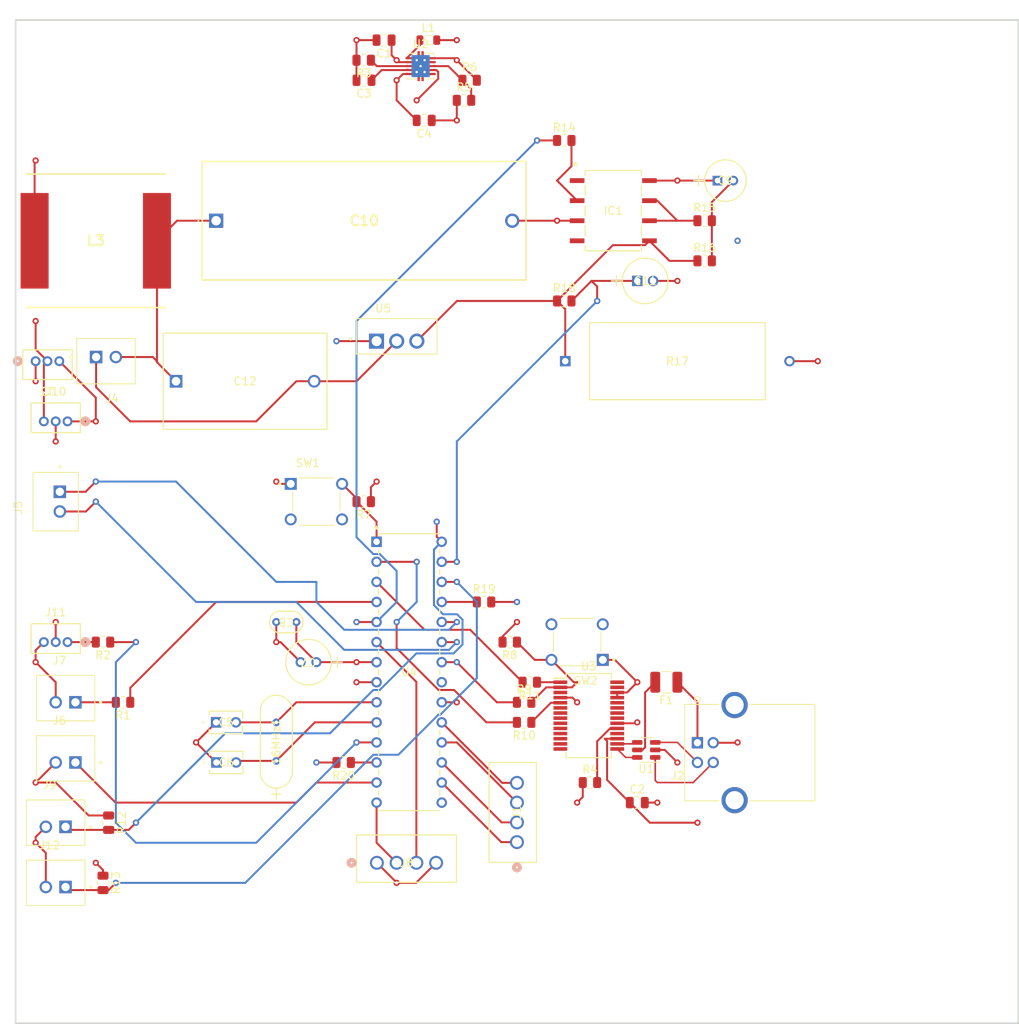
<source format=kicad_pcb>
(kicad_pcb (version 20221018) (generator pcbnew)
  (layers (0 "F.Cu" signal) (1 "In1.Cu" power) (2 "In2.Cu" power) (31 "B.Cu" signal) (34 "B.Paste" user) (35 "F.Paste" user) (36 "B.SilkS" user "B.Silkscreen") (37 "F.SilkS" user "F.Silkscreen") (38 "B.Mask" user) (39 "F.Mask" user) (44 "Edge.Cuts" user))
  (net 0 "")
  (net 1 "+3V3")
  (net 2 "Net-(J2-VBUS)")
  (net 3 "VBUS")
  (net 4 "USB_CON_D-")
  (net 5 "USB_CON_D+")
  (net 6 "+5V")
  (net 7 "Net-(U3-~{RESET})")
  (net 8 "DTR")
  (net 9 "VCC")
  (net 10 "Net-(U3-RXD)")
  (net 11 "RX")
  (net 12 "Net-(U3-TXD)")
  (net 13 "TX")
  (net 14 "USB_D-")
  (net 15 "USB_D+")
  (net 16 "Net-(U2-SW)")
  (net 17 "Net-(U2-ILIM)")
  (net 18 "Net-(U2-SS)")
  (net 20 "Net-(U2-FB)")
  (net 34 "+48V")
  (net 35 "GND")
  (net 36 "+16V")
  (net 40 "+15V")
  (net 41 "Net-(IC1-VSS)")
  (net 42 "Net-(J4-Pin_2)")
  (net 43 "Net-(J4-Pin_1)")
  (net 44 "A1")
  (net 46 "Net-(IC1-ANODE)")
  (net 48 "Net-(IC1-VO1)")
  (net 49 "D9")
  (net 50 "D_LED")
  (net 51 "Net-(J7-Pin_1)")
  (net 52 "D_LEDStrip")
  (net 53 "Net-(J11-Pin_1)")
  (net 54 "Net-(U4-PC2)")
  (net 55 "Net-(U4-PD6)")
  (net 56 "A4")
  (net 57 "A5")
  (net 58 "D_Buzz")
  (net 59 "A2")
  (net 60 "A3")
  (net 61 "RESET")
  (net 62 "SS")
  (net 63 "MOSI")
  (net 64 "MISO")
  (net 65 "SCK")
  (net 66 "D_Switch")
  (net 67 "D_Red")
  (net 68 "Net-(U4-PB7)")
  (net 69 "Net-(U4-PB6)")
  (net 70 "PWM Speed Control")
  (footprint "Resistor_SMD:R_0805_2012Metric" (layer "F.Cu") (at 132.9925 63.5)
    (fp_text reference "R15")
    (fp_text value "16")
  )
  (footprint "Resistor_SMD:R_0805_2012Metric" (layer "F.Cu") (at 132.9925 68.58)
    (fp_text reference "R16")
    (fp_text value "10k")
  )
  (footprint "Capacitor_SMD:C_0805_2012Metric" (layer "F.Cu") (at 92.39 40.64 180)
    (fp_text reference "C1")
    (fp_text value "1uF")
  )
  (footprint "Inductor_SMD:L_0805_2012Metric" (layer "F.Cu") (at 97.9975 40.64)
    (fp_text reference "L1")
    (fp_text value "47uH")
  )
  (footprint "TO225P1040X460X1968-3(1):TO225P1040X460X1968-3" (layer "F.Cu") (at 93.99 78.135)
    (fp_text reference "U5")
    (fp_text value "STGP8NC60KD")
  )
  (footprint "Resistor_SMD:R_0805_2012Metric" (layer "F.Cu") (at 110.8475 121.92 180)
    (fp_text reference "R11")
    (fp_text value "1k")
  )
  (footprint "B2B-XH-A_LF__SN_:JST_B2B-XH-A_LF__SN_" (layer "F.Cu") (at 52.05 123.935)
    (fp_text reference "J7")
    (fp_text value "Conn_01x02")
  )
  (footprint "3PINfootprints:CONN_B3B-ZR_JST" (layer "F.Cu") (at 52.3 116.84)
    (fp_text reference "J11")
    (fp_text value "Conn_01x03")
  )
  (footprint "B2B-XH-A_LF__SN_:JST_B2B-XH-A_LF__SN_" (layer "F.Cu") (at 52.05 131.555)
    (fp_text reference "J6")
    (fp_text value "Conn_01x02")
  )
  (footprint "Resistor_SMD:R_0805_2012Metric" (layer "F.Cu") (at 57.5075 139.7 -90)
    (fp_text reference "R12")
    (fp_text value "10k")
  )
  (footprint "22pFfootprints:CAP_K-SERIES_15-L2_VIS" (layer "F.Cu") (at 71.16 132.08)
    (fp_text reference "C6")
    (fp_text value "22pF")
  )
  (footprint "Fuse:Fuse_1210_3225Metric" (layer "F.Cu") (at 128.14 121.92 180)
    (fp_text reference "F1")
    (fp_text value "500mA")
  )
  (footprint "FODfootprints:SMD8_9P91X6P86_ONS" (layer "F.Cu") (at 121.4185 62.23)
    (fp_text reference "IC1")
    (fp_text value "FOD3150")
  )
  (footprint "Resistor_SMD:R_0805_2012Metric" (layer "F.Cu") (at 108.3075 116.84 180)
    (fp_text reference "R8")
    (fp_text value "1k")
  )
  (footprint "3PINfootprints:CONN_B3B-ZR_JST" (layer "F.Cu") (at 48.26 81.28 180)
    (fp_text reference "J3")
    (fp_text value "Conn_01x03")
  )
  (footprint "22pFfootprints:CAP_K-SERIES_15-L2_VIS" (layer "F.Cu") (at 71.12 127)
    (fp_text reference "C5")
    (fp_text value "22pF")
  )
  (footprint "B2B-XH-A_LF__SN_:JST_B2B-XH-A_LF__SN_" (layer "F.Cu") (at 57.17 81.28 180)
    (fp_text reference "J4")
    (fp_text value "Conn_01x02")
  )
  (footprint "Resistor_SMD:R_0805_2012Metric" (layer "F.Cu") (at 110.1325 124.46)
    (fp_text reference "R9")
    (fp_text value "1k")
  )
  (footprint "Resistor_SMD:R_0805_2012Metric" (layer "F.Cu") (at 115.2125 53.34)
    (fp_text reference "R14")
    (fp_text value "330")
  )
  (footprint "B2B-XH-A_LF__SN_:JST_B2B-XH-A_LF__SN_" (layer "F.Cu") (at 50.8 147.32)
    (fp_text reference "J12")
    (fp_text value "Conn_01x02")
  )
  (footprint "4PINfootprints:CONN_B4B-XH-A_JST" (layer "F.Cu") (at 91.48 144.78)
    (fp_text reference "J8")
    (fp_text value "Conn_01x04")
  )
  (footprint "Package_TO_SOT_SMD:SOT-23-6" (layer "F.Cu") (at 125.5975 130.49 180)
    (fp_text reference "U1")
    (fp_text value "USBLC6-2SC6")
  )
  (footprint "ECWfootprints:CAP_ECWFL_STRAIGHT_20.5LX11.9TX18.5H_PAN" (layer "F.Cu") (at 66.04 83.82)
    (fp_text reference "C12")
    (fp_text value "0.37uF 1200V")
  )
  (footprint "Resistor_SMD:R_0805_2012Metric" (layer "F.Cu") (at 87.2725 132.08 180)
    (fp_text reference "R20")
    (fp_text value "0")
  )
  (footprint "SQPfootprints:RES_SQP500_22X9P5_YAG" (layer "F.Cu") (at 115.340003 81.28)
    (fp_text reference "R17")
    (fp_text value "0.1 5W")
  )
  (footprint "INDPM:INDPM176169X700N" (layer "F.Cu") (at 55.88 66.04)
    (fp_text reference "L3")
    (fp_text value "10uH" hide)
  )
  (footprint "TS02-66-50-BK-100-SCR-D:SW_TS02-66-50-BK-100-SCR-D" (layer "F.Cu") (at 116.84 116.84 180)
    (fp_text reference "SW2")
    (fp_text value "SW_Push")
  )
  (footprint "Resistor_SMD:R_0805_2012Metric" (layer "F.Cu") (at 110.1325 127 180)
    (fp_text reference "R10")
    (fp_text value "1k")
  )
  (footprint "Resistor_SMD:R_0805_2012Metric" (layer "F.Cu") (at 56.7925 116.84 180)
    (fp_text reference "R2")
    (fp_text value "330")
  )
  (footprint "Capacitor_SMD:C_0805_2012Metric" (layer "F.Cu") (at 124.46 137.16)
    (fp_text reference "C2")
    (fp_text value "100n")
  )
  (footprint "KiCad:ECQUAAF335LD" (layer "F.Cu") (at 71.12 63.5)
    (fp_text reference "C10")
    (fp_text value "3.3 uF 275V" hide)
  )
  (footprint "3PINfootprints:CONN_B3B-ZR_JST" (layer "F.Cu") (at 52.3 88.9)
    (fp_text reference "J10")
    (fp_text value "Conn_01x03")
  )
  (footprint "Resistor_SMD:R_0805_2012Metric" (layer "F.Cu") (at 56.7925 147.32 -90)
    (fp_text reference "R13")
    (fp_text value "10k")
  )
  (footprint "Resistor_SMD:R_0805_2012Metric" (layer "F.Cu") (at 89.8125 99.06 180)
    (fp_text reference "R7")
    (fp_text value "1k")
  )
  (footprint "Capacitor_SMD:C_0805_2012Metric" (layer "F.Cu") (at 97.47 50.8 180)
    (fp_text reference "C4")
    (fp_text value "10uF")
  )
  (footprint "TS02-66-50-BK-100-SCR-D:SW_TS02-66-50-BK-100-SCR-D" (layer "F.Cu") (at 83.82 99.06)
    (fp_text reference "SW1")
    (fp_text value "SW_Push")
  )
  (footprint "Capacitor_SMD:C_0805_2012Metric" (layer "F.Cu") (at 89.85 45.72 180)
    (fp_text reference "C3")
    (fp_text value "33nF")
  )
  (footprint "Resistor_SMD:R_0805_2012Metric" (layer "F.Cu") (at 102.5125 48.26)
    (fp_text reference "R5")
    (fp_text value "820kOhm")
  )
  (footprint "8600footprint:CAP_WCAP-ATG5_05.0X11.0_WRE" (layer "F.Cu") (at 124.46 71.12)
    (fp_text reference "C11")
    (fp_text value "0.1uF 63V")
  )
  (footprint "footprints:U1-E_NCH" (layer "F.Cu") (at 134.62 58.42)
    (fp_text reference "C9")
    (fp_text value "10uF 25V")
  )
  (footprint "B2B-XH-A_LF__SN_:JST_B2B-XH-A_LF__SN_" (layer "F.Cu") (at 50.8 99.06 90)
    (fp_text reference "J5")
    (fp_text value "Conn_01x02")
  )
  (footprint "Package_SON:Texas_S-PVSON-N10_ThermalVias" (layer "F.Cu") (at 97.02 43.93)
    (fp_text reference "U2")
    (fp_text value "LM5165DRC")
  )
  (footprint "Resistor_SMD:R_0805_2012Metric" (layer "F.Cu") (at 59.3325 124.46 180)
    (fp_text reference "R1")
    (fp_text value "200")
  )
  (footprint "10uFfootprints:CAP_YX_5X11_RUB" (layer "F.Cu") (at 83.82 119.38 180)
    (fp_text reference "C7")
    (fp_text value "10uF")
  )
  (footprint "Resistor_SMD:R_0805_2012Metric" (layer "F.Cu") (at 118.4675 134.62)
    (fp_text reference "R4")
    (fp_text value "10k")
  )
  (footprint "Package_SO:SSOP-28_5.3x10.2mm_P0.65mm" (layer "F.Cu") (at 118.32 126.145)
    (fp_text reference "U3")
    (fp_text value "FT232RL")
  )
  (footprint "B2B-XH-A_LF__SN_:JST_B2B-XH-A_LF__SN_" (layer "F.Cu") (at 50.8 139.7)
    (fp_text reference "J9")
    (fp_text value "Conn_01x02")
  )
  (footprint "crystalfootprints:XTAL_ABL-16_ABR" (layer "F.Cu") (at 78.74 131.880001 90)
    (fp_text reference "16MHz1")
    (fp_text value "Crystal")
  )
  (footprint "Resistor_SMD:R_0805_2012Metric" (layer "F.Cu") (at 115.2125 73.66)
    (fp_text reference "R18")
    (fp_text value "3.3k")
  )
  (footprint "0.1uFfootprints:CAP_Y5VE5TL2_VIS" (layer "F.Cu") (at 80.01 114.3 180)
    (fp_text reference "C8")
    (fp_text value "0.1 uF")
  )
  (footprint "Resistor_SMD:R_0805_2012Metric" (layer "F.Cu") (at 103.2275 45.72)
    (fp_text reference "R6")
    (fp_text value "68kOhm")
  )
  (footprint "ATmegafootprints:28P3_ATM" (layer "F.Cu") (at 91.44 104.14)
    (fp_text reference "U4")
    (fp_text value "ATMEGA328P-PN")
  )
  (footprint "Resistor_SMD:R_0805_2012Metric" (layer "F.Cu") (at 105.0525 111.76)
    (fp_text reference "R19")
    (fp_text value "0")
  )
  (footprint "4PINfootprints:CONN_B4B-XH-A_JST" (layer "F.Cu") (at 109.22 142.16 90)
    (fp_text reference "J1")
    (fp_text value "Conn_01x04")
  )
  (footprint "UJ2-BH-W1-TH:CUI_UJ2-BH-W1-TH" (layer "F.Cu") (at 132.08 129.58 90)
    (fp_text reference "J2")
    (fp_text value "USB_B")
  )
  (footprint "Resistor_SMD:R_0805_2012Metric" (layer "F.Cu") (at 89.8125 43.18 180)
    (fp_text reference "R3")
    (fp_text value "100kOhm")
  )
  (gr_rect (start 45.72 38.1) (end 172.72 165.1) (stroke (width 0.2)) (fill none) (layer "Edge.Cuts"))
  (segment (start 120.346776 129.07) (end 120.637156 129.36038) (width 0.25) (layer "F.Cu") (net 1))
  (segment (start 120.637156 129.36038) (end 120.637156 134.287156) (width 0.25) (layer "F.Cu") (net 1))
  (segment (start 121.92 129.07) (end 120.346776 129.07) (width 0.25) (layer "F.Cu") (net 1))
  (segment (start 126.05 139.7) (end 123.51 137.16) (width 0.25) (layer "F.Cu") (net 1))
  (segment (start 132.08 139.7) (end 126.05 139.7) (width 0.25) (layer "F.Cu") (net 1))
  (segment (start 120.637156 134.287156) (end 123.51 137.16) (width 0.25) (layer "F.Cu") (net 1))
  (via micro (at 132.08 139.7) (size 0.8) (drill 0.4) (layers "F.Cu" "In2.Cu") (net 1))
  (segment (start 132.08 129.58) (end 132.08 124.46) (width 0.25) (layer "F.Cu") (net 2))
  (segment (start 132.08 124.46) (end 129.54 121.92) (width 0.25) (layer "F.Cu") (net 2))
  (segment (start 125.4475 130.165) (end 125.1225 130.49) (width 0.25) (layer "F.Cu") (net 3))
  (segment (start 125.4475 123.2125) (end 125.4475 130.165) (width 0.25) (layer "F.Cu") (net 3))
  (segment (start 126.74 121.92) (end 125.4475 123.2125) (width 0.25) (layer "F.Cu") (net 3))
  (segment (start 125.1225 130.49) (end 124.46 130.49) (width 0.25) (layer "F.Cu") (net 3))
  (segment (start 132.08 132.08) (end 129.54 129.54) (width 0.2) (layer "F.Cu") (net 4))
  (segment (start 129.54 129.54) (end 126.735 129.54) (width 0.2) (layer "F.Cu") (net 4))
  (segment (start 127 134.62) (end 126.735 134.355) (width 0.2) (layer "F.Cu") (net 5))
  (segment (start 134.08 132.08) (end 131.54 134.62) (width 0.2) (layer "F.Cu") (net 5))
  (segment (start 126.735 134.355) (end 126.735 131.44) (width 0.2) (layer "F.Cu") (net 5))
  (segment (start 131.54 134.62) (end 127 134.62) (width 0.2) (layer "F.Cu") (net 5))
  (segment (start 49.55 143.53) (end 48.26 142.24) (width 0.25) (layer "F.Cu") (net 6))
  (segment (start 101.6 124.46) (end 99.695 124.46) (width 0.25) (layer "F.Cu") (net 6))
  (segment (start 124.46 127) (end 124.34 127.12) (width 0.25) (layer "F.Cu") (net 6))
  (segment (start 124.34 127.12) (end 121.92 127.12) (width 0.25) (layer "F.Cu") (net 6))
  (segment (start 83.82 119.38) (end 81.28 116.84) (width 0.25) (layer "F.Cu") (net 6))
  (segment (start 48.26 81.28) (end 48.26 83.82) (width 0.25) (layer "F.Cu") (net 6))
  (segment (start 48.26 141.515) (end 48.26 142.24) (width 0.25) (layer "F.Cu") (net 6))
  (segment (start 91.44 119.38) (end 88.9 119.38) (width 0.25) (layer "F.Cu") (net 6))
  (segment (start 81.28 116.84) (end 81.28 114.3) (width 0.25) (layer "F.Cu") (net 6))
  (segment (start 50.8 116.84) (end 50.8 114.3) (width 0.25) (layer "F.Cu") (net 6))
  (segment (start 116.25 123.87) (end 114.72 123.87) (width 0.25) (layer "F.Cu") (net 6))
  (segment (start 116.84 124.46) (end 116.25 123.87) (width 0.25) (layer "F.Cu") (net 6))
  (segment (start 117.555 136.445) (end 116.84 137.16) (width 0.25) (layer "F.Cu") (net 6))
  (segment (start 88.9 119.38) (end 83.82 119.38) (width 0.25) (layer "F.Cu") (net 6))
  (segment (start 49.55 147.845) (end 49.55 143.53) (width 0.25) (layer "F.Cu") (net 6))
  (segment (start 117.555 134.62) (end 117.555 136.445) (width 0.25) (layer "F.Cu") (net 6))
  (segment (start 49.55 140.225) (end 48.26 141.515) (width 0.25) (layer "F.Cu") (net 6))
  (segment (start 50.8 88.9) (end 50.8 91.44) (width 0.25) (layer "F.Cu") (net 6))
  (via micro (at 116.84 124.46) (size 0.8) (drill 0.4) (layers "F.Cu" "In2.Cu") (net 6))
  (via micro (at 50.8 91.44) (size 0.8) (drill 0.4) (layers "F.Cu" "In2.Cu") (net 6))
  (via micro (at 124.46 127) (size 0.8) (drill 0.4) (layers "F.Cu" "In2.Cu") (net 6))
  (via micro (at 88.9 119.38) (size 0.8) (drill 0.4) (layers "F.Cu" "In2.Cu") (net 6))
  (via micro (at 48.26 83.82) (size 0.8) (drill 0.4) (layers "F.Cu" "In2.Cu") (net 6))
  (via micro (at 116.84 137.16) (size 0.8) (drill 0.4) (layers "F.Cu" "In2.Cu") (net 6))
  (via micro (at 101.6 124.46) (size 0.8) (drill 0.4) (layers "F.Cu" "In2.Cu") (net 6))
  (via micro (at 48.26 142.24) (size 0.8) (drill 0.4) (layers "F.Cu" "In2.Cu") (net 6))
  (via micro (at 50.8 114.3) (size 0.8) (drill 0.4) (layers "F.Cu" "In2.Cu") (net 6))
  (segment (start 119.38 134.62) (end 119.38 129.40038) (width 0.25) (layer "F.Cu") (net 7))
  (segment (start 121.01038 127.77) (end 121.92 127.77) (width 0.25) (layer "F.Cu") (net 7))
  (segment (start 119.38 129.40038) (end 121.01038 127.77) (width 0.25) (layer "F.Cu") (net 7))
  (segment (start 111.47 119.09) (end 109.22 116.84) (width 0.25) (layer "F.Cu") (net 8))
  (segment (start 113.59 119.09) (end 111.47 119.09) (width 0.25) (layer "F.Cu") (net 8))
  (segment (start 116.84 121.92) (end 116.42 121.92) (width 0.25) (layer "F.Cu") (net 8))
  (segment (start 112.935 122.57) (end 114.72 122.57) (width 0.25) (layer "F.Cu") (net 8))
  (segment (start 116.19 122.57) (end 116.84 121.92) (width 0.25) (layer "F.Cu") (net 8))
  (segment (start 111.045 124.46) (end 112.935 122.57) (width 0.25) (layer "F.Cu") (net 8))
  (segment (start 114.72 122.57) (end 116.19 122.57) (width 0.25) (layer "F.Cu") (net 8))
  (segment (start 116.42 121.92) (end 113.59 119.09) (width 0.25) (layer "F.Cu") (net 8))
  (segment (start 107.395 116.125) (end 109.22 114.3) (width 0.25) (layer "F.Cu") (net 9))
  (segment (start 90.725 97.235) (end 91.44 96.52) (width 0.25) (layer "F.Cu") (net 9))
  (segment (start 90.725 99.06) (end 90.725 97.235) (width 0.25) (layer "F.Cu") (net 9))
  (segment (start 107.395 116.84) (end 107.395 116.125) (width 0.25) (layer "F.Cu") (net 9))
  (via micro (at 109.22 114.3) (size 0.8) (drill 0.4) (layers "F.Cu" "In2.Cu") (net 9))
  (via micro (at 91.44 96.52) (size 0.8) (drill 0.4) (layers "F.Cu" "In2.Cu") (net 9))
  (segment (start 113.525 124.52) (end 111.045 127) (width 0.25) (layer "F.Cu") (net 10))
  (segment (start 114.72 124.52) (end 113.525 124.52) (width 0.25) (layer "F.Cu") (net 10))
  (segment (start 105.353937 127) (end 101.254522 122.900585) (width 0.25) (layer "F.Cu") (net 11))
  (segment (start 96.52 106.68) (end 91.44 106.68) (width 0.25) (layer "F.Cu") (net 11))
  (segment (start 99.283722 122.900585) (end 93.98 117.596863) (width 0.25) (layer "F.Cu") (net 11))
  (segment (start 93.98 117.596863) (end 93.98 114.3) (width 0.25) (layer "F.Cu") (net 11))
  (segment (start 101.254522 122.900585) (end 99.283722 122.900585) (width 0.25) (layer "F.Cu") (net 11))
  (segment (start 109.22 127) (end 105.353937 127) (width 0.25) (layer "F.Cu") (net 11))
  (via micro (at 93.98 114.3) (size 0.8) (drill 0.4) (layers "F.Cu" "B.Cu") (net 11))
  (via micro (at 96.52 106.68) (size 0.8) (drill 0.4) (layers "F.Cu" "B.Cu") (net 11))
  (segment (start 93.98 114.3) (end 96.52 111.76) (width 0.25) (layer "B.Cu") (net 11))
  (segment (start 96.52 111.76) (end 96.52 106.68) (width 0.25) (layer "B.Cu") (net 11))
  (segment (start 114.72 121.92) (end 111.76 121.92) (width 0.25) (layer "F.Cu") (net 12))
  (segment (start 97.500585 115.280585) (end 91.44 109.22) (width 0.25) (layer "F.Cu") (net 13))
  (segment (start 103.295585 115.280585) (end 97.500585 115.280585) (width 0.25) (layer "F.Cu") (net 13))
  (segment (start 109.935 121.92) (end 103.295585 115.280585) (width 0.25) (layer "F.Cu") (net 13))
  (segment (start 124.46 129.54) (end 124.28 129.72) (width 0.2) (layer "F.Cu") (net 14))
  (segment (start 124.28 129.72) (end 121.92 129.72) (width 0.2) (layer "F.Cu") (net 14))
  (segment (start 124.46 131.44) (end 122.99 131.44) (width 0.2) (layer "F.Cu") (net 15))
  (segment (start 122.99 131.44) (end 121.92 130.37) (width 0.2) (layer "F.Cu") (net 15))
  (segment (start 96.935 40.64) (end 96.935 41.255) (width 0.25) (layer "F.Cu") (net 16))
  (segment (start 96.935 41.255) (end 95.26 42.93) (width 0.25) (layer "F.Cu") (net 16))
  (segment (start 95.26 43.93) (end 91.475 43.93) (width 0.25) (layer "F.Cu") (net 17))
  (segment (start 91.475 43.93) (end 90.725 43.18) (width 0.25) (layer "F.Cu") (net 17))
  (segment (start 95.545 44.43) (end 92.09 44.43) (width 0.25) (layer "F.Cu") (net 18))
  (segment (start 92.09 44.43) (end 90.8 45.72) (width 0.25) (layer "F.Cu") (net 18))
  (segment (start 103.425 46.83) (end 102.315 45.72) (width 0.25) (layer "F.Cu") (net 20))
  (segment (start 100.525 43.93) (end 98.78 43.93) (width 0.25) (layer "F.Cu") (net 20))
  (segment (start 103.425 48.26) (end 103.425 46.83) (width 0.25) (layer "F.Cu") (net 20))
  (segment (start 102.315 45.72) (end 100.525 43.93) (width 0.25) (layer "F.Cu") (net 20))
  (segment (start 94.23 43.43) (end 93.98 43.18) (width 0.25) (layer "F.Cu") (net 34))
  (segment (start 49.3 81.74) (end 49.3 88.9) (width 0.25) (layer "F.Cu") (net 34))
  (segment (start 48.13 66.04) (end 48.13 56.01) (width 0.25) (layer "F.Cu") (net 34))
  (segment (start 48.26 79.78) (end 48.26 76.2) (width 0.25) (layer "F.Cu") (net 34))
  (segment (start 48.13 56.01) (end 48.26 55.88) (width 0.25) (layer "F.Cu") (net 34))
  (segment (start 49.76 81.28) (end 49.3 81.74) (width 0.25) (layer "F.Cu") (net 34))
  (segment (start 99.245 44.65538) (end 99.245 45.535) (width 0.25) (layer "F.Cu") (net 34))
  (segment (start 99.01962 44.43) (end 99.245 44.65538) (width 0.25) (layer "F.Cu") (net 34))
  (segment (start 93.34 40.64) (end 93.34 42.54) (width 0.25) (layer "F.Cu") (net 34))
  (segment (start 99.245 45.535) (end 96.52 48.26) (width 0.25) (layer "F.Cu") (net 34))
  (segment (start 95.545 43.43) (end 94.23 43.43) (width 0.25) (layer "F.Cu") (net 34))
  (segment (start 49.76 81.28) (end 48.26 79.78) (width 0.25) (layer "F.Cu") (net 34))
  (segment (start 93.34 42.54) (end 93.98 43.18) (width 0.25) (layer "F.Cu") (net 34))
  (segment (start 98.78 44.43) (end 99.01962 44.43) (width 0.25) (layer "F.Cu") (net 34))
  (via micro (at 96.52 48.26) (size 0.8) (drill 0.4) (layers "F.Cu" "In2.Cu") (net 34))
  (via micro (at 48.26 76.2) (size 0.8) (drill 0.4) (layers "F.Cu" "In2.Cu") (net 34))
  (via micro (at 48.26 55.88) (size 0.8) (drill 0.4) (layers "F.Cu" "In2.Cu") (net 34))
  (via micro (at 93.98 43.18) (size 0.8) (drill 0.4) (layers "F.Cu" "In2.Cu") (net 34))
  (segment (start 49.3 116.84) (end 48.26 117.88) (width 0.25) (layer "F.Cu") (net 35))
  (segment (start 86.36 132.08) (end 83.82 132.08) (width 0.25) (layer "F.Cu") (net 35))
  (segment (start 121.63 119.09) (end 120.09 119.09) (width 0.25) (layer "F.Cu") (net 35))
  (segment (start 48.26 117.88) (end 48.26 119.38) (width 0.25) (layer "F.Cu") (net 35))
  (segment (start 124.46 121.92) (end 121.63 119.09) (width 0.25) (layer "F.Cu") (net 35))
  (segment (start 101.6 43.18) (end 101.35 42.93) (width 0.25) (layer "F.Cu") (net 35))
  (segment (start 50.8 134.62) (end 48.26 134.62) (width 0.25) (layer "F.Cu") (net 35))
  (segment (start 78.74 114.3) (end 78.74 116.84) (width 0.25) (layer "F.Cu") (net 35))
  (segment (start 93.98 147.28) (end 93.98 147.32) (width 0.25) (layer "F.Cu") (net 35))
  (segment (start 108.62 63.5) (end 114.3 63.5) (width 0.25) (layer "F.Cu") (net 35))
  (segment (start 129.54 71.12) (end 126.46 71.12) (width 0.25) (layer "F.Cu") (net 35))
  (segment (start 96.44 147.32) (end 93.98 147.32) (width 0.25) (layer "F.Cu") (net 35))
  (segment (start 121.92 123.87) (end 121.92 123.22) (width 0.25) (layer "F.Cu") (net 35))
  (segment (start 121.92 123.22) (end 123.16 123.22) (width 0.25) (layer "F.Cu") (net 35))
  (segment (start 71.12 132.08) (end 68.58 129.54) (width 0.25) (layer "F.Cu") (net 35))
  (segment (start 116.84 63.5) (end 114.3 63.5) (width 0.25) (layer "F.Cu") (net 35))
  (segment (start 101.35 42.93) (end 98.78 42.93) (width 0.25) (layer "F.Cu") (net 35))
  (segment (start 54.9675 138.7875) (end 50.8 134.62) (width 0.25) (layer "F.Cu") (net 35))
  (segment (start 50.8 124.46) (end 50.8 121.92) (width 0.25) (layer "F.Cu") (net 35))
  (segment (start 123.16 123.22) (end 124.46 121.92) (width 0.25) (layer "F.Cu") (net 35))
  (segment (start 93.98 48.26) (end 93.98 45.72) (width 0.25) (layer "F.Cu") (net 35))
  (segment (start 95.545 44.93) (end 94.77 44.93) (width 0.25) (layer "F.Cu") (net 35))
  (segment (start 56.7925 145.6925) (end 55.88 144.78) (width 0.25) (layer "F.Cu") (net 35))
  (segment (start 81.82 119.38) (end 79.28 116.84) (width 0.25) (layer "F.Cu") (net 35))
  (segment (start 88.9 43.18) (end 88.9 40.64) (width 0.25) (layer "F.Cu") (net 35))
  (segment (start 127.95 130.49) (end 126.735 130.49) (width 0.25) (layer "F.Cu") (net 35))
  (segment (start 56.7925 146.4075) (end 56.7925 145.6925) (width 0.25) (layer "F.Cu") (net 35))
  (segment (start 137.12 129.58) (end 134.08 129.58) (width 0.25) (layer "F.Cu") (net 35))
  (segment (start 79.03 96.81) (end 78.74 96.52) (width 0.25) (layer "F.Cu") (net 35))
  (segment (start 94.77 44.93) (end 93.98 45.72) (width 0.25) (layer "F.Cu") (net 35))
  (segment (start 98.98 144.78) (end 96.44 147.32) (width 0.25) (layer "F.Cu") (net 35))
  (segment (start 101.6 119.38) (end 99.695 119.38) (width 0.25) (layer "F.Cu") (net 35))
  (segment (start 91.44 40.64) (end 88.9 40.64) (width 0.25) (layer "F.Cu") (net 35))
  (segment (start 55.88 85.9) (end 55.88 88.9) (width 0.25) (layer "F.Cu") (net 35))
  (segment (start 51.26 81.28) (end 55.88 85.9) (width 0.25) (layer "F.Cu") (net 35))
  (segment (start 106.68 124.46) (end 101.6 119.38) (width 0.25) (layer "F.Cu") (net 35))
  (segment (start 50.8 121.92) (end 48.26 119.38) (width 0.25) (layer "F.Cu") (net 35))
  (segment (start 57.5075 138.7875) (end 54.9675 138.7875) (width 0.25) (layer "F.Cu") (net 35))
  (segment (start 104.14 45.72) (end 101.6 43.18) (width 0.25) (layer "F.Cu") (net 35))
  (segment (start 127 137.16) (end 125.41 137.16) (width 0.25) (layer "F.Cu") (net 35))
  (segment (start 55.88 88.9) (end 52.3 88.9) (width 0.25) (layer "F.Cu") (net 35))
  (segment (start 109.22 124.46) (end 106.68 124.46) (width 0.25) (layer "F.Cu") (net 35))
  (segment (start 80.57 96.81) (end 79.03 96.81) (width 0.25) (layer "F.Cu") (net 35))
  (segment (start 96.52 50.8) (end 93.98 48.26) (width 0.25) (layer "F.Cu") (net 35))
  (segment (start 88.9 45.72) (end 88.9 43.18) (width 0.25) (layer "F.Cu") (net 35))
  (segment (start 91.44 121.92) (end 88.9 121.92) (width 0.25) (layer "F.Cu") (net 35))
  (segment (start 71.12 127) (end 68.58 129.54) (width 0.25) (layer "F.Cu") (net 35))
  (segment (start 71.16 132.08) (end 71.12 132.08) (width 0.25) (layer "F.Cu") (net 35))
  (segment (start 50.8 132.08) (end 48.26 134.62) (width 0.25) (layer "F.Cu") (net 35))
  (segment (start 129.54 132.08) (end 127.95 130.49) (width 0.25) (layer "F.Cu") (net 35))
  (segment (start 137.16 129.54) (end 137.12 129.58) (width 0.25) (layer "F.Cu") (net 35))
  (segment (start 91.48 144.78) (end 93.98 147.28) (width 0.25) (layer "F.Cu") (net 35))
  (segment (start 147.32 81.28) (end 143.739997 81.28) (width 0.25) (layer "F.Cu") (net 35))
  (segment (start 109.22 111.76) (end 105.965 111.76) (width 0.25) (layer "F.Cu") (net 35))
  (segment (start 79.28 116.84) (end 78.74 116.84) (width 0.25) (layer "F.Cu") (net 35))
  (via micro (at 78.74 116.84) (size 0.8) (drill 0.4) (layers "F.Cu" "In1.Cu") (net 35))
  (via micro (at 68.58 129.54) (size 0.8) (drill 0.4) (layers "F.Cu" "In1.Cu") (net 35))
  (via (at 109.22 111.76) (size 0.8) (drill 0.4) (layers "F.Cu" "B.Cu") (net 35))
  (via micro (at 124.46 121.92) (size 0.8) (drill 0.4) (layers "F.Cu" "In1.Cu") (net 35))
  (via micro (at 78.74 96.52) (size 0.8) (drill 0.4) (layers "F.Cu" "In1.Cu") (net 35))
  (via micro (at 55.88 144.78) (size 0.8) (drill 0.4) (layers "F.Cu" "In1.Cu") (net 35))
  (via micro (at 93.98 45.72) (size 0.8) (drill 0.4) (layers "F.Cu" "In1.Cu") (net 35))
  (via micro (at 129.54 132.08) (size 0.8) (drill 0.4) (layers "F.Cu" "In1.Cu") (net 35))
  (via micro (at 55.88 88.9) (size 0.8) (drill 0.4) (layers "F.Cu" "In1.Cu") (net 35))
  (via (at 101.6 119.38) (size 0.8) (drill 0.4) (layers "F.Cu" "B.Cu") (net 35))
  (via micro (at 127 137.16) (size 0.8) (drill 0.4) (layers "F.Cu" "In1.Cu") (net 35))
  (via micro (at 147.32 81.28) (size 0.8) (drill 0.4) (layers "F.Cu" "In1.Cu") (net 35))
  (via micro (at 88.9 121.92) (size 0.8) (drill 0.4) (layers "F.Cu" "In1.Cu") (net 35))
  (via micro (at 48.26 119.38) (size 0.8) (drill 0.4) (layers "F.Cu" "In1.Cu") (net 35))
  (via micro (at 137.16 129.54) (size 0.8) (drill 0.4) (layers "F.Cu" "In1.Cu") (net 35))
  (via micro (at 88.9 40.64) (size 0.8) (drill 0.4) (layers "F.Cu" "In1.Cu") (net 35))
  (via micro (at 129.54 71.12) (size 0.8) (drill 0.4) (layers "F.Cu" "In1.Cu") (net 35))
  (via micro (at 101.6 43.18) (size 0.8) (drill 0.4) (layers "F.Cu" "In1.Cu") (net 35))
  (via micro (at 48.26 134.62) (size 0.8) (drill 0.4) (layers "F.Cu" "In1.Cu") (net 35))
  (via (at 83.82 132.08) (size 0.8) (drill 0.4) (layers "F.Cu" "B.Cu") (net 35))
  (via micro (at 93.98 147.32) (size 0.8) (drill 0.4) (layers "F.Cu" "In1.Cu") (net 35))
  (via micro (at 114.3 63.5) (size 0.8) (drill 0.4) (layers "F.Cu" "In1.Cu") (net 35))
  (segment (start 101.6 48.26) (end 101.6 50.8) (width 0.25) (layer "F.Cu") (net 36))
  (segment (start 99.06 40.64) (end 101.6 40.64) (width 0.25) (layer "F.Cu") (net 36))
  (segment (start 98.42 50.8) (end 101.6 50.8) (width 0.25) (layer "F.Cu") (net 36))
  (via micro (at 101.6 40.64) (size 0.8) (drill 0.4) (layers "F.Cu" "In2.Cu") (net 36))
  (via micro (at 101.6 50.8) (size 0.8) (drill 0.4) (layers "F.Cu" "In2.Cu") (net 36))
  (segment (start 134.62 58.42) (end 129.54 58.42) (width 0.25) (layer "F.Cu") (net 40))
  (segment (start 129.54 58.42) (end 125.997 58.42) (width 0.25) (layer "F.Cu") (net 40))
  (via micro (at 129.54 58.42) (size 0.8) (drill 0.4) (layers "F.Cu" "In2.Cu") (net 40))
  (segment (start 125.997 66.04) (end 125.4454 66.5916) (width 0.25) (layer "F.Cu") (net 41))
  (segment (start 128.537 68.58) (end 125.997 66.04) (width 0.25) (layer "F.Cu") (net 41))
  (segment (start 125.4454 66.5916) (end 121.3684 66.5916) (width 0.25) (layer "F.Cu") (net 41))
  (segment (start 133.905 63.5) (end 133.905 68.58) (width 0.25) (layer "F.Cu") (net 41))
  (segment (start 114.3 73.66) (end 101.62 73.66) (width 0.25) (layer "F.Cu") (net 41))
  (segment (start 91.44 78.74) (end 86.36 78.74) (width 0.25) (layer "F.Cu") (net 41))
  (segment (start 101.62 73.66) (end 96.54 78.74) (width 0.25) (layer "F.Cu") (net 41))
  (segment (start 121.3684 66.5916) (end 114.3 73.66) (width 0.25) (layer "F.Cu") (net 41))
  (segment (start 115.340003 74.700003) (end 115.340003 81.28) (width 0.25) (layer "F.Cu") (net 41))
  (segment (start 132.08 68.58) (end 128.537 68.58) (width 0.25) (layer "F.Cu") (net 41))
  (segment (start 114.3 73.66) (end 115.340003 74.700003) (width 0.25) (layer "F.Cu") (net 41))
  (segment (start 133.905 61.1416) (end 136.6266 58.42) (width 0.25) (layer "F.Cu") (net 41))
  (segment (start 133.905 63.5) (end 133.905 61.1416) (width 0.25) (layer "F.Cu") (net 41))
  (via micro (at 137.16 66.04) (size 0.8) (drill 0.4) (layers "F.Cu" "B.Cu") (net 41))
  (via micro (at 86.36 78.74) (size 0.8) (drill 0.4) (layers "F.Cu" "B.Cu") (net 41))
  (segment (start 63.63 81.28) (end 63.105 80.755) (width 0.25) (layer "F.Cu") (net 42))
  (segment (start 63.63 81.41) (end 66.04 83.82) (width 0.25) (layer "F.Cu") (net 42))
  (segment (start 63.63 66.04) (end 63.63 81.28) (width 0.25) (layer "F.Cu") (net 42))
  (segment (start 63.105 80.755) (end 58.42 80.755) (width 0.25) (layer "F.Cu") (net 42))
  (segment (start 63.63 66.04) (end 66.17 63.5) (width 0.25) (layer "F.Cu") (net 42))
  (segment (start 63.63 81.28) (end 63.63 81.41) (width 0.25) (layer "F.Cu") (net 42))
  (segment (start 66.17 63.5) (end 71.12 63.5) (width 0.25) (layer "F.Cu") (net 42))
  (segment (start 81.28 83.82) (end 76.2 88.9) (width 0.25) (layer "F.Cu") (net 43))
  (segment (start 55.92 84.585) (end 55.92 80.755) (width 0.25) (layer "F.Cu") (net 43))
  (segment (start 76.2 88.9) (end 60.235 88.9) (width 0.25) (layer "F.Cu") (net 43))
  (segment (start 83.54 83.82) (end 81.28 83.82) (width 0.25) (layer "F.Cu") (net 43))
  (segment (start 88.91 83.82) (end 83.54 83.82) (width 0.25) (layer "F.Cu") (net 43))
  (segment (start 93.99 78.74) (end 88.91 83.82) (width 0.25) (layer "F.Cu") (net 43))
  (segment (start 60.235 88.9) (end 55.92 84.585) (width 0.25) (layer "F.Cu") (net 43))
  (segment (start 118.665 71.12) (end 116.125 73.66) (width 0.25) (layer "F.Cu") (net 44))
  (segment (start 119.38 71.835) (end 118.665 71.12) (width 0.25) (layer "F.Cu") (net 44))
  (segment (start 124.46 71.12) (end 118.665 71.12) (width 0.25) (layer "F.Cu") (net 44))
  (segment (start 119.38 73.66) (end 119.38 71.835) (width 0.25) (layer "F.Cu") (net 44))
  (segment (start 101.6 106.68) (end 99.695 106.68) (width 0.25) (layer "F.Cu") (net 44))
  (via micro (at 119.38 73.66) (size 0.8) (drill 0.4) (layers "F.Cu" "B.Cu") (net 44))
  (via micro (at 101.6 106.68) (size 0.8) (drill 0.4) (layers "F.Cu" "B.Cu") (net 44))
  (segment (start 119.38 73.66) (end 101.6 91.44) (width 0.25) (layer "B.Cu") (net 44))
  (segment (start 101.6 91.44) (end 101.6 106.68) (width 0.25) (layer "B.Cu") (net 44))
  (segment (start 116.125 56.595) (end 116.125 53.34) (width 0.25) (layer "F.Cu") (net 46))
  (segment (start 114.3 58.42) (end 116.125 56.595) (width 0.25) (layer "F.Cu") (net 46))
  (segment (start 116.84 60.96) (end 114.3 58.42) (width 0.25) (layer "F.Cu") (net 46))
  (segment (start 127 60.96) (end 129.54 63.5) (width 0.25) (layer "F.Cu") (net 48))
  (segment (start 132.08 63.5) (end 129.54 63.5) (width 0.25) (layer "F.Cu") (net 48))
  (segment (start 125.997 60.96) (end 127 60.96) (width 0.25) (layer "F.Cu") (net 48))
  (segment (start 129.54 63.5) (end 125.997 63.5) (width 0.25) (layer "F.Cu") (net 48))
  (segment (start 114.3 53.34) (end 111.76 53.34) (width 0.25) (layer "F.Cu") (net 49))
  (segment (start 91.44 114.3) (end 88.9 114.3) (width 0.25) (layer "F.Cu") (net 49))
  (via micro (at 111.76 53.34) (size 0.8) (drill 0.4) (layers "F.Cu" "B.Cu") (net 49))
  (via micro (at 88.9 114.3) (size 0.8) (drill 0.4) (layers "F.Cu" "B.Cu") (net 49))
  (segment (start 91.028722 105.699415) (end 91.851278 105.699415) (width 0.25) (layer "B.Cu") (net 49))
  (segment (start 91.851278 105.699415) (end 93.98 107.828137) (width 0.25) (layer "B.Cu") (net 49))
  (segment (start 93.98 111.76) (end 91.44 114.3) (width 0.25) (layer "B.Cu") (net 49))
  (segment (start 88.9 103.570693) (end 91.028722 105.699415) (width 0.25) (layer "B.Cu") (net 49))
  (segment (start 111.76 53.34) (end 88.9 76.2) (width 0.25) (layer "B.Cu") (net 49))
  (segment (start 88.9 76.2) (end 88.9 103.570693) (width 0.25) (layer "B.Cu") (net 49))
  (segment (start 93.98 107.828137) (end 93.98 111.76) (width 0.25) (layer "B.Cu") (net 49))
  (segment (start 60.245 122.635) (end 60.245 124.46) (width 0.25) (layer "F.Cu") (net 50))
  (segment (start 91.44 111.76) (end 71.12 111.76) (width 0.25) (layer "F.Cu") (net 50))
  (segment (start 71.12 111.76) (end 60.245 122.635) (width 0.25) (layer "F.Cu") (net 50))
  (segment (start 58.42 124.46) (end 53.3 124.46) (width 0.25) (layer "F.Cu") (net 51))
  (segment (start 60.96 116.84) (end 57.705 116.84) (width 0.25) (layer "F.Cu") (net 52))
  (segment (start 91.44 129.54) (end 88.9 129.54) (width 0.25) (layer "F.Cu") (net 52))
  (via micro (at 60.96 116.84) (size 0.8) (drill 0.4) (layers "F.Cu" "B.Cu") (net 52))
  (via micro (at 88.9 129.54) (size 0.8) (drill 0.4) (layers "F.Cu" "B.Cu") (net 52))
  (segment (start 60.96 116.84) (end 58.42 119.38) (width 0.25) (layer "B.Cu") (net 52))
  (segment (start 76.2 142.24) (end 88.9 129.54) (width 0.25) (layer "B.Cu") (net 52))
  (segment (start 60.96 142.24) (end 76.2 142.24) (width 0.25) (layer "B.Cu") (net 52))
  (segment (start 58.42 119.38) (end 58.42 139.7) (width 0.25) (layer "B.Cu") (net 52))
  (segment (start 58.42 139.7) (end 60.96 142.24) (width 0.25) (layer "B.Cu") (net 52))
  (segment (start 55.88 116.84) (end 52.3 116.84) (width 0.25) (layer "F.Cu") (net 53))
  (segment (start 104.14 111.76) (end 99.695 111.76) (width 0.25) (layer "F.Cu") (net 54))
  (segment (start 91.44 132.08) (end 88.185 132.08) (width 0.25) (layer "F.Cu") (net 55))
  (segment (start 55.88 99.06) (end 54.63 100.31) (width 0.25) (layer "F.Cu") (net 56))
  (segment (start 54.63 100.31) (end 51.325 100.31) (width 0.25) (layer "F.Cu") (net 56))
  (segment (start 101.6 116.84) (end 99.695 116.84) (width 0.25) (layer "F.Cu") (net 56))
  (via micro (at 55.88 99.06) (size 0.8) (drill 0.4) (layers "F.Cu" "B.Cu") (net 56))
  (via micro (at 101.6 116.84) (size 0.8) (drill 0.4) (layers "F.Cu" "B.Cu") (net 56))
  (segment (start 81.28 111.76) (end 68.58 111.76) (width 0.25) (layer "B.Cu") (net 56))
  (segment (start 101.6 116.84) (end 100.619415 117.820585) (width 0.25) (layer "B.Cu") (net 56))
  (segment (start 87.340585 117.820585) (end 81.28 111.76) (width 0.25) (layer "B.Cu") (net 56))
  (segment (start 100.619415 117.820585) (end 87.340585 117.820585) (width 0.25) (layer "B.Cu") (net 56))
  (segment (start 68.58 111.76) (end 55.88 99.06) (width 0.25) (layer "B.Cu") (net 56))
  (segment (start 55.88 96.52) (end 54.59 97.81) (width 0.25) (layer "F.Cu") (net 57))
  (segment (start 101.6 114.3) (end 99.695 114.3) (width 0.25) (layer "F.Cu") (net 57))
  (segment (start 54.59 97.81) (end 51.325 97.81) (width 0.25) (layer "F.Cu") (net 57))
  (via micro (at 55.88 96.52) (size 0.8) (drill 0.4) (layers "F.Cu" "B.Cu") (net 57))
  (via micro (at 101.6 114.3) (size 0.8) (drill 0.4) (layers "F.Cu" "B.Cu") (net 57))
  (segment (start 66.04 96.52) (end 55.88 96.52) (width 0.25) (layer "B.Cu") (net 57))
  (segment (start 87.340585 115.280585) (end 83.82 111.76) (width 0.25) (layer "B.Cu") (net 57))
  (segment (start 83.82 109.22) (end 78.74 109.22) (width 0.25) (layer "B.Cu") (net 57))
  (segment (start 78.74 109.22) (end 66.04 96.52) (width 0.25) (layer "B.Cu") (net 57))
  (segment (start 101.6 114.3) (end 100.619415 115.280585) (width 0.25) (layer "B.Cu") (net 57))
  (segment (start 100.619415 115.280585) (end 87.340585 115.280585) (width 0.25) (layer "B.Cu") (net 57))
  (segment (start 83.82 111.76) (end 83.82 109.22) (width 0.25) (layer "B.Cu") (net 57))
  (segment (start 83.82 134.62) (end 81.28 137.16) (width 0.25) (layer "F.Cu") (net 58))
  (segment (start 58.38 137.16) (end 53.3 132.08) (width 0.25) (layer "F.Cu") (net 58))
  (segment (start 91.44 134.62) (end 83.82 134.62) (width 0.25) (layer "F.Cu") (net 58))
  (segment (start 81.28 137.16) (end 58.38 137.16) (width 0.25) (layer "F.Cu") (net 58))
  (segment (start 99.695 104.14) (end 99.06 103.505) (width 0.25) (layer "F.Cu") (net 59))
  (segment (start 99.06 103.505) (end 99.06 101.6) (width 0.25) (layer "F.Cu") (net 59))
  (segment (start 60.96 139.7) (end 60.0475 140.6125) (width 0.25) (layer "F.Cu") (net 59))
  (segment (start 57.5075 140.6125) (end 52.4375 140.6125) (width 0.25) (layer "F.Cu") (net 59))
  (segment (start 60.0475 140.6125) (end 57.5075 140.6125) (width 0.25) (layer "F.Cu") (net 59))
  (segment (start 52.4375 140.6125) (end 52.05 140.225) (width 0.25) (layer "F.Cu") (net 59))
  (via micro (at 99.06 101.6) (size 0.8) (drill 0.4) (layers "F.Cu" "B.Cu") (net 59))
  (via micro (at 60.96 139.7) (size 0.8) (drill 0.4) (layers "F.Cu" "B.Cu") (net 59))
  (segment (start 91.028722 122.900585) (end 91.851278 122.900585) (width 0.25) (layer "B.Cu") (net 59))
  (segment (start 102.325 117.140305) (end 102.325 113.999695) (width 0.25) (layer "B.Cu") (net 59))
  (segment (start 60.96 139.7) (end 72.268137 128.391863) (width 0.25) (layer "B.Cu") (net 59))
  (segment (start 99.862552 113.319415) (end 98.7096 112.166463) (width 0.25) (layer "B.Cu") (net 59))
  (segment (start 91.851278 122.900585) (end 96.481278 118.270585) (width 0.25) (layer "B.Cu") (net 59))
  (segment (start 101.64472 113.319415) (end 99.862552 113.319415) (width 0.25) (layer "B.Cu") (net 59))
  (segment (start 96.481278 118.270585) (end 101.19472 118.270585) (width 0.25) (layer "B.Cu") (net 59))
  (segment (start 72.268137 128.391863) (end 85.537444 128.391863) (width 0.25) (layer "B.Cu") (net 59))
  (segment (start 85.537444 128.391863) (end 91.028722 122.900585) (width 0.25) (layer "B.Cu") (net 59))
  (segment (start 98.7096 105.1254) (end 99.695 104.14) (width 0.25) (layer "B.Cu") (net 59))
  (segment (start 101.19472 118.270585) (end 102.325 117.140305) (width 0.25) (layer "B.Cu") (net 59))
  (segment (start 98.7096 112.166463) (end 98.7096 105.1254) (width 0.25) (layer "B.Cu") (net 59))
  (segment (start 102.325 113.999695) (end 101.64472 113.319415) (width 0.25) (layer "B.Cu") (net 59))
  (segment (start 57.5075 148.2325) (end 58.42 147.32) (width 0.25) (layer "F.Cu") (net 60))
  (segment (start 56.7925 148.2325) (end 57.5075 148.2325) (width 0.25) (layer "F.Cu") (net 60))
  (segment (start 52.4375 148.2325) (end 52.05 147.845) (width 0.25) (layer "F.Cu") (net 60))
  (segment (start 56.7925 148.2325) (end 52.4375 148.2325) (width 0.25) (layer "F.Cu") (net 60))
  (segment (start 101.6 109.22) (end 99.695 109.22) (width 0.25) (layer "F.Cu") (net 60))
  (via micro (at 101.6 109.22) (size 0.8) (drill 0.4) (layers "F.Cu" "B.Cu") (net 60))
  (via micro (at 58.42 147.32) (size 0.8) (drill 0.4) (layers "F.Cu" "B.Cu") (net 60))
  (segment (start 94.203722 131.099415) (end 99.283722 126.019415) (width 0.25) (layer "B.Cu") (net 60))
  (segment (start 74.808137 147.32) (end 91.028722 131.099415) (width 0.25) (layer "B.Cu") (net 60))
  (segment (start 104.14 111.76) (end 101.6 109.22) (width 0.25) (layer "B.Cu") (net 60))
  (segment (start 104.14 121.406863) (end 104.14 111.76) (width 0.25) (layer "B.Cu") (net 60))
  (segment (start 58.42 147.32) (end 74.808137 147.32) (width 0.25) (layer "B.Cu") (net 60))
  (segment (start 91.028722 131.099415) (end 94.203722 131.099415) (width 0.25) (layer "B.Cu") (net 60))
  (segment (start 99.283722 126.019415) (end 99.527448 126.019415) (width 0.25) (layer "B.Cu") (net 60))
  (segment (start 99.527448 126.019415) (end 104.14 121.406863) (width 0.25) (layer "B.Cu") (net 60))
  (segment (start 87.07 96.81) (end 88.9 98.64) (width 0.25) (layer "F.Cu") (net 61))
  (segment (start 88.9 98.64) (end 88.9 99.06) (width 0.25) (layer "F.Cu") (net 61))
  (segment (start 91.44 104.14) (end 91.44 101.6) (width 0.25) (layer "F.Cu") (net 61))
  (segment (start 91.44 101.6) (end 88.9 99.06) (width 0.25) (layer "F.Cu") (net 61))
  (segment (start 109.22 142.16) (end 107.235 142.16) (width 0.25) (layer "F.Cu") (net 62))
  (segment (start 107.235 142.16) (end 99.695 134.62) (width 0.25) (layer "F.Cu") (net 62))
  (segment (start 107.275 139.66) (end 99.695 132.08) (width 0.25) (layer "F.Cu") (net 63))
  (segment (start 109.22 139.66) (end 107.275 139.66) (width 0.25) (layer "F.Cu") (net 63))
  (segment (start 109.22 137.16) (end 101.6 129.54) (width 0.25) (layer "F.Cu") (net 64))
  (segment (start 101.6 129.54) (end 99.695 129.54) (width 0.25) (layer "F.Cu") (net 64))
  (segment (start 107.355 134.66) (end 99.695 127) (width 0.25) (layer "F.Cu") (net 65))
  (segment (start 109.22 134.66) (end 107.355 134.66) (width 0.25) (layer "F.Cu") (net 65))
  (segment (start 93.98 144.78) (end 91.44 142.24) (width 0.25) (layer "F.Cu") (net 66))
  (segment (start 91.44 142.24) (end 91.44 137.16) (width 0.25) (layer "F.Cu") (net 66))
  (segment (start 96.48 121.88) (end 91.44 116.84) (width 0.25) (layer "F.Cu") (net 67))
  (segment (start 96.48 144.78) (end 96.48 121.88) (width 0.25) (layer "F.Cu") (net 67))
  (segment (start 91.44 127) (end 83.620001 127) (width 0.25) (layer "F.Cu") (net 68))
  (segment (start 78.74 131.880001) (end 73.859999 131.880001) (width 0.25) (layer "F.Cu") (net 68))
  (segment (start 73.859999 131.880001) (end 73.66 132.08) (width 0.25) (layer "F.Cu") (net 68))
  (segment (start 83.620001 127) (end 78.74 131.880001) (width 0.25) (layer "F.Cu") (net 68))
  (segment (start 78.74 127) (end 73.62 127) (width 0.25) (layer "F.Cu") (net 69))
  (segment (start 81.28 124.46) (end 78.74 127) (width 0.25) (layer "F.Cu") (net 69))
  (segment (start 91.44 124.46) (end 81.28 124.46) (width 0.25) (layer "F.Cu") (net 69))
)
</source>
